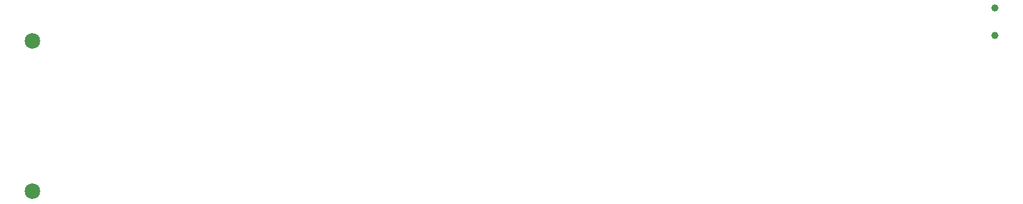
<source format=gbr>
%TF.GenerationSoftware,Altium Limited,Altium Designer,18.1.9 (240)*%
G04 Layer_Color=0*
%FSLAX26Y26*%
%MOIN*%
%TF.FileFunction,NonPlated,1,2,NPTH,Drill*%
%TF.Part,Single*%
G01*
G75*
%TA.AperFunction,ComponentDrill*%
%ADD84C,0.039370*%
%ADD85C,0.085039*%
D84*
X6731772Y3615421D02*
D03*
Y3765421D02*
D03*
D85*
X1482677Y2765472D02*
D03*
Y3585551D02*
D03*
%TF.MD5,199221c3f76ff6cbe8de1ccd95079606*%
M02*

</source>
